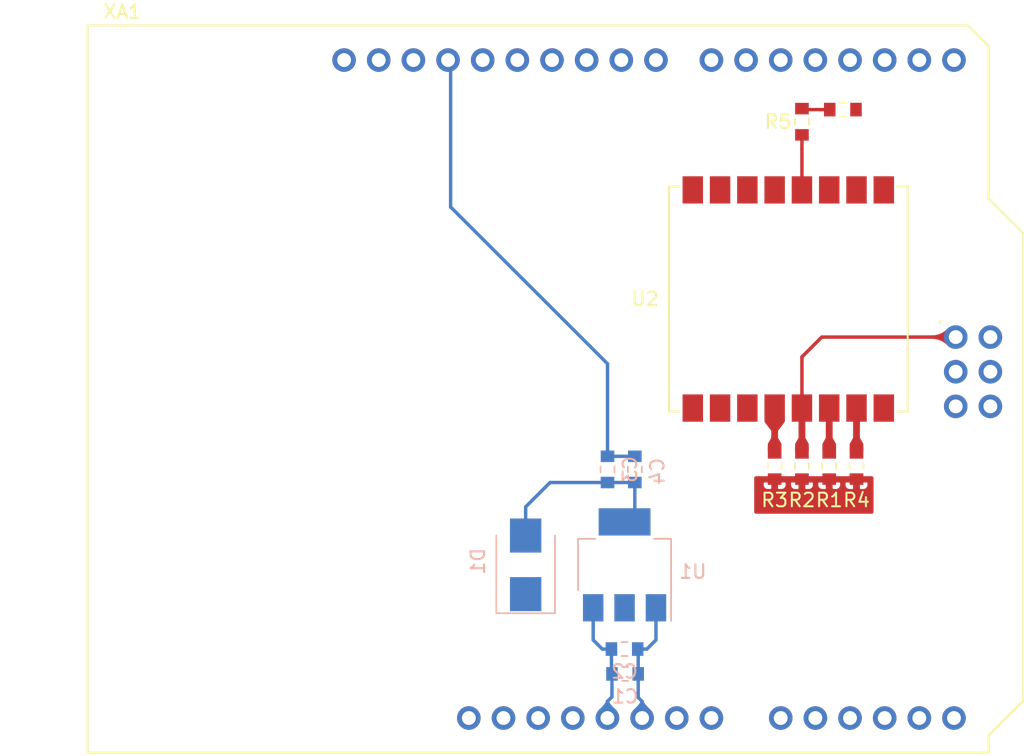
<source format=kicad_pcb>
(kicad_pcb (version 20171130) (host pcbnew "(5.0.0-rc3)")

  (general
    (thickness 1.6)
    (drawings 0)
    (tracks 46)
    (zones 0)
    (modules 14)
    (nets 11)
  )

  (page A4)
  (layers
    (0 F.Cu signal)
    (31 B.Cu signal)
    (32 B.Adhes user)
    (33 F.Adhes user)
    (34 B.Paste user)
    (35 F.Paste user)
    (36 B.SilkS user)
    (37 F.SilkS user)
    (38 B.Mask user)
    (39 F.Mask user)
    (40 Dwgs.User user)
    (41 Cmts.User user)
    (42 Eco1.User user)
    (43 Eco2.User user)
    (44 Edge.Cuts user)
    (45 Margin user)
    (46 B.CrtYd user)
    (47 F.CrtYd user)
    (48 B.Fab user hide)
    (49 F.Fab user hide)
  )

  (setup
    (last_trace_width 0.25)
    (trace_clearance 0.2)
    (zone_clearance 0.508)
    (zone_45_only yes)
    (trace_min 0.2)
    (segment_width 0.2)
    (edge_width 0.15)
    (via_size 0.8)
    (via_drill 0.4)
    (via_min_size 0.4)
    (via_min_drill 0.3)
    (uvia_size 0.3)
    (uvia_drill 0.1)
    (uvias_allowed no)
    (uvia_min_size 0.2)
    (uvia_min_drill 0.1)
    (pcb_text_width 0.3)
    (pcb_text_size 1.5 1.5)
    (mod_edge_width 0.15)
    (mod_text_size 1 1)
    (mod_text_width 0.25)
    (pad_size 1.524 1.524)
    (pad_drill 0.762)
    (pad_to_mask_clearance 0.2)
    (solder_mask_min_width 0.25)
    (aux_axis_origin 0 0)
    (visible_elements 7FFFFFFF)
    (pcbplotparams
      (layerselection 0x010fc_ffffffff)
      (usegerberextensions false)
      (usegerberattributes false)
      (usegerberadvancedattributes false)
      (creategerberjobfile false)
      (excludeedgelayer true)
      (linewidth 0.250000)
      (plotframeref false)
      (viasonmask false)
      (mode 1)
      (useauxorigin false)
      (hpglpennumber 1)
      (hpglpenspeed 20)
      (hpglpendiameter 15.000000)
      (psnegative false)
      (psa4output false)
      (plotreference true)
      (plotvalue true)
      (plotinvisibletext false)
      (padsonsilk false)
      (subtractmaskfromsilk false)
      (outputformat 1)
      (mirror false)
      (drillshape 1)
      (scaleselection 1)
      (outputdirectory ""))
  )

  (net 0 "")
  (net 1 "Net-(U2-Pad16)")
  (net 2 SC)
  (net 3 MOSI)
  (net 4 MISO)
  (net 5 SCK)
  (net 6 IRQ)
  (net 7 RS)
  (net 8 +3V3)
  (net 9 +5V)
  (net 10 GNDA)

  (net_class Default "This is the default net class."
    (clearance 0.2)
    (trace_width 0.25)
    (via_dia 0.8)
    (via_drill 0.4)
    (uvia_dia 0.3)
    (uvia_drill 0.1)
    (add_net +3V3)
    (add_net +5V)
    (add_net GNDA)
    (add_net IRQ)
    (add_net MISO)
    (add_net MOSI)
    (add_net "Net-(U2-Pad16)")
    (add_net RS)
    (add_net SC)
    (add_net SCK)
  )

  (module LEEVAWN:Arduino_Uno_Shield (layer F.Cu) (tedit 5A8605EC) (tstamp 5BC043D5)
    (at 120.645001 88.275001)
    (descr https://store.arduino.cc/arduino-uno-rev3)
    (path /5BADB449)
    (fp_text reference XA1 (at 2.54 -54.356) (layer F.SilkS)
      (effects (font (size 1 1) (thickness 0.15)))
    )
    (fp_text value Arduino_Uno_Shield (at 15.494 -54.356) (layer F.Fab)
      (effects (font (size 1 1) (thickness 0.15)))
    )
    (fp_line (start 9.525 -32.385) (end -6.35 -32.385) (layer B.CrtYd) (width 0.15))
    (fp_line (start 9.525 -43.815) (end -6.35 -43.815) (layer B.CrtYd) (width 0.15))
    (fp_line (start 9.525 -43.815) (end 9.525 -32.385) (layer B.CrtYd) (width 0.15))
    (fp_line (start -6.35 -43.815) (end -6.35 -32.385) (layer B.CrtYd) (width 0.15))
    (fp_text user . (at 62.484 -32.004) (layer F.SilkS)
      (effects (font (size 1 1) (thickness 0.15)))
    )
    (fp_line (start 11.43 -12.065) (end 11.43 -3.175) (layer B.CrtYd) (width 0.15))
    (fp_line (start -1.905 -3.175) (end 11.43 -3.175) (layer B.CrtYd) (width 0.15))
    (fp_line (start -1.905 -12.065) (end -1.905 -3.175) (layer B.CrtYd) (width 0.15))
    (fp_line (start -1.905 -12.065) (end 11.43 -12.065) (layer B.CrtYd) (width 0.15))
    (fp_line (start 0 -53.34) (end 0 0) (layer F.SilkS) (width 0.15))
    (fp_line (start 66.04 -40.64) (end 66.04 -51.816) (layer F.SilkS) (width 0.15))
    (fp_line (start 68.58 -38.1) (end 66.04 -40.64) (layer F.SilkS) (width 0.15))
    (fp_line (start 68.58 -3.81) (end 68.58 -38.1) (layer F.SilkS) (width 0.15))
    (fp_line (start 66.04 -1.27) (end 68.58 -3.81) (layer F.SilkS) (width 0.15))
    (fp_line (start 66.04 0) (end 66.04 -1.27) (layer F.SilkS) (width 0.15))
    (fp_line (start 64.516 -53.34) (end 66.04 -51.816) (layer F.SilkS) (width 0.15))
    (fp_line (start 0 0) (end 66.04 0) (layer F.SilkS) (width 0.15))
    (fp_line (start 0 -53.34) (end 64.516 -53.34) (layer F.SilkS) (width 0.15))
    (pad RST2 thru_hole oval (at 63.627 -25.4) (size 1.7272 1.7272) (drill 1.016) (layers *.Cu *.Mask))
    (pad GND4 thru_hole oval (at 66.167 -25.4) (size 1.7272 1.7272) (drill 1.016) (layers *.Cu *.Mask)
      (net 10 GNDA))
    (pad MOSI thru_hole oval (at 66.167 -27.94) (size 1.7272 1.7272) (drill 1.016) (layers *.Cu *.Mask)
      (net 3 MOSI))
    (pad SCK thru_hole oval (at 63.627 -27.94) (size 1.7272 1.7272) (drill 1.016) (layers *.Cu *.Mask)
      (net 5 SCK))
    (pad 5V2 thru_hole oval (at 66.167 -30.48) (size 1.7272 1.7272) (drill 1.016) (layers *.Cu *.Mask)
      (net 9 +5V))
    (pad A0 thru_hole oval (at 50.8 -2.54) (size 1.7272 1.7272) (drill 1.016) (layers *.Cu *.Mask))
    (pad VIN thru_hole oval (at 45.72 -2.54) (size 1.7272 1.7272) (drill 1.016) (layers *.Cu *.Mask))
    (pad GND3 thru_hole oval (at 43.18 -2.54) (size 1.7272 1.7272) (drill 1.016) (layers *.Cu *.Mask)
      (net 10 GNDA))
    (pad GND2 thru_hole oval (at 40.64 -2.54) (size 1.7272 1.7272) (drill 1.016) (layers *.Cu *.Mask)
      (net 10 GNDA))
    (pad 5V1 thru_hole oval (at 38.1 -2.54) (size 1.7272 1.7272) (drill 1.016) (layers *.Cu *.Mask)
      (net 9 +5V))
    (pad 3V3 thru_hole oval (at 35.56 -2.54) (size 1.7272 1.7272) (drill 1.016) (layers *.Cu *.Mask))
    (pad RST1 thru_hole oval (at 33.02 -2.54) (size 1.7272 1.7272) (drill 1.016) (layers *.Cu *.Mask))
    (pad IORF thru_hole oval (at 30.48 -2.54) (size 1.7272 1.7272) (drill 1.016) (layers *.Cu *.Mask))
    (pad D0 thru_hole oval (at 63.5 -50.8) (size 1.7272 1.7272) (drill 1.016) (layers *.Cu *.Mask))
    (pad D1 thru_hole oval (at 60.96 -50.8) (size 1.7272 1.7272) (drill 1.016) (layers *.Cu *.Mask))
    (pad D2 thru_hole oval (at 58.42 -50.8) (size 1.7272 1.7272) (drill 1.016) (layers *.Cu *.Mask)
      (net 6 IRQ))
    (pad D3 thru_hole oval (at 55.88 -50.8) (size 1.7272 1.7272) (drill 1.016) (layers *.Cu *.Mask))
    (pad D4 thru_hole oval (at 53.34 -50.8) (size 1.7272 1.7272) (drill 1.016) (layers *.Cu *.Mask))
    (pad D5 thru_hole oval (at 50.8 -50.8) (size 1.7272 1.7272) (drill 1.016) (layers *.Cu *.Mask))
    (pad D6 thru_hole oval (at 48.26 -50.8) (size 1.7272 1.7272) (drill 1.016) (layers *.Cu *.Mask))
    (pad D7 thru_hole oval (at 45.72 -50.8) (size 1.7272 1.7272) (drill 1.016) (layers *.Cu *.Mask))
    (pad GND1 thru_hole oval (at 26.416 -50.8) (size 1.7272 1.7272) (drill 1.016) (layers *.Cu *.Mask)
      (net 10 GNDA))
    (pad D8 thru_hole oval (at 41.656 -50.8) (size 1.7272 1.7272) (drill 1.016) (layers *.Cu *.Mask))
    (pad D9 thru_hole oval (at 39.116 -50.8) (size 1.7272 1.7272) (drill 1.016) (layers *.Cu *.Mask)
      (net 7 RS))
    (pad D10 thru_hole oval (at 36.576 -50.8) (size 1.7272 1.7272) (drill 1.016) (layers *.Cu *.Mask)
      (net 2 SC))
    (pad "" np_thru_hole circle (at 66.04 -7.62) (size 3.2 3.2) (drill 3.2) (layers *.Cu *.Mask))
    (pad "" np_thru_hole circle (at 66.04 -35.56) (size 3.2 3.2) (drill 3.2) (layers *.Cu *.Mask))
    (pad "" np_thru_hole circle (at 15.24 -50.8) (size 3.2 3.2) (drill 3.2) (layers *.Cu *.Mask))
    (pad "" np_thru_hole circle (at 13.97 -2.54) (size 3.2 3.2) (drill 3.2) (layers *.Cu *.Mask))
    (pad SCL thru_hole oval (at 18.796 -50.8) (size 1.7272 1.7272) (drill 1.016) (layers *.Cu *.Mask))
    (pad SDA thru_hole oval (at 21.336 -50.8) (size 1.7272 1.7272) (drill 1.016) (layers *.Cu *.Mask))
    (pad AREF thru_hole oval (at 23.876 -50.8) (size 1.7272 1.7272) (drill 1.016) (layers *.Cu *.Mask))
    (pad D13 thru_hole oval (at 28.956 -50.8) (size 1.7272 1.7272) (drill 1.016) (layers *.Cu *.Mask))
    (pad D12 thru_hole oval (at 31.496 -50.8) (size 1.7272 1.7272) (drill 1.016) (layers *.Cu *.Mask))
    (pad D11 thru_hole oval (at 34.036 -50.8) (size 1.7272 1.7272) (drill 1.016) (layers *.Cu *.Mask))
    (pad "" thru_hole oval (at 27.94 -2.54) (size 1.7272 1.7272) (drill 1.016) (layers *.Cu *.Mask))
    (pad A1 thru_hole oval (at 53.34 -2.54) (size 1.7272 1.7272) (drill 1.016) (layers *.Cu *.Mask))
    (pad A2 thru_hole oval (at 55.88 -2.54) (size 1.7272 1.7272) (drill 1.016) (layers *.Cu *.Mask))
    (pad A3 thru_hole oval (at 58.42 -2.54) (size 1.7272 1.7272) (drill 1.016) (layers *.Cu *.Mask))
    (pad A4 thru_hole oval (at 60.96 -2.54) (size 1.7272 1.7272) (drill 1.016) (layers *.Cu *.Mask))
    (pad A5 thru_hole oval (at 63.5 -2.54) (size 1.7272 1.7272) (drill 1.016) (layers *.Cu *.Mask))
    (pad MISO thru_hole oval (at 63.627 -30.48) (size 1.7272 1.7272) (drill 1.016) (layers *.Cu *.Mask)
      (net 4 MISO))
  )

  (module Diode_SMD:D_SMB (layer B.Cu) (tedit 58645DF3) (tstamp 5BC0757B)
    (at 152.75 74.5 90)
    (descr "Diode SMB (DO-214AA)")
    (tags "Diode SMB (DO-214AA)")
    (path /5BBED613)
    (attr smd)
    (fp_text reference D1 (at 0.25 -3.5 90) (layer B.SilkS)
      (effects (font (size 1 1) (thickness 0.15)) (justify mirror))
    )
    (fp_text value D_ALT (at 0 -3.1 90) (layer B.Fab)
      (effects (font (size 1 1) (thickness 0.15)) (justify mirror))
    )
    (fp_text user %R (at 0 3 90) (layer B.Fab)
      (effects (font (size 1 1) (thickness 0.15)) (justify mirror))
    )
    (fp_line (start -3.55 2.15) (end -3.55 -2.15) (layer B.SilkS) (width 0.12))
    (fp_line (start 2.3 -2) (end -2.3 -2) (layer B.Fab) (width 0.1))
    (fp_line (start -2.3 -2) (end -2.3 2) (layer B.Fab) (width 0.1))
    (fp_line (start 2.3 2) (end 2.3 -2) (layer B.Fab) (width 0.1))
    (fp_line (start 2.3 2) (end -2.3 2) (layer B.Fab) (width 0.1))
    (fp_line (start -3.65 2.25) (end 3.65 2.25) (layer B.CrtYd) (width 0.05))
    (fp_line (start 3.65 2.25) (end 3.65 -2.25) (layer B.CrtYd) (width 0.05))
    (fp_line (start 3.65 -2.25) (end -3.65 -2.25) (layer B.CrtYd) (width 0.05))
    (fp_line (start -3.65 -2.25) (end -3.65 2.25) (layer B.CrtYd) (width 0.05))
    (fp_line (start -0.64944 -0.00102) (end -1.55114 -0.00102) (layer B.Fab) (width 0.1))
    (fp_line (start 0.50118 -0.00102) (end 1.4994 -0.00102) (layer B.Fab) (width 0.1))
    (fp_line (start -0.64944 0.79908) (end -0.64944 -0.80112) (layer B.Fab) (width 0.1))
    (fp_line (start 0.50118 -0.75032) (end 0.50118 0.79908) (layer B.Fab) (width 0.1))
    (fp_line (start -0.64944 -0.00102) (end 0.50118 -0.75032) (layer B.Fab) (width 0.1))
    (fp_line (start -0.64944 -0.00102) (end 0.50118 0.79908) (layer B.Fab) (width 0.1))
    (fp_line (start -3.55 -2.15) (end 2.15 -2.15) (layer B.SilkS) (width 0.12))
    (fp_line (start -3.55 2.15) (end 2.15 2.15) (layer B.SilkS) (width 0.12))
    (pad 1 smd rect (at -2.15 0 90) (size 2.5 2.3) (layers B.Cu B.Paste B.Mask)
      (net 9 +5V))
    (pad 2 smd rect (at 2.15 0 90) (size 2.5 2.3) (layers B.Cu B.Paste B.Mask)
      (net 8 +3V3))
    (model ${KISYS3DMOD}/Diode_SMD.3dshapes/D_SMB.wrl
      (at (xyz 0 0 0))
      (scale (xyz 1 1 1))
      (rotate (xyz 0 0 0))
    )
  )

  (module Package_TO_SOT_SMD:SOT-223-3_TabPin2 (layer B.Cu) (tedit 5A02FF57) (tstamp 5BC04395)
    (at 160 74.5 90)
    (descr "module CMS SOT223 4 pins")
    (tags "CMS SOT")
    (path /5BBA2511)
    (attr smd)
    (fp_text reference U1 (at -0.5 5 180) (layer B.SilkS)
      (effects (font (size 1 1) (thickness 0.15)) (justify mirror))
    )
    (fp_text value AZ1117-3.3 (at 0 -4.5 90) (layer B.Fab)
      (effects (font (size 1 1) (thickness 0.15)) (justify mirror))
    )
    (fp_text user %R (at 0 0) (layer B.Fab)
      (effects (font (size 0.8 0.8) (thickness 0.12)) (justify mirror))
    )
    (fp_line (start 1.91 -3.41) (end 1.91 -2.15) (layer B.SilkS) (width 0.12))
    (fp_line (start 1.91 3.41) (end 1.91 2.15) (layer B.SilkS) (width 0.12))
    (fp_line (start 4.4 3.6) (end -4.4 3.6) (layer B.CrtYd) (width 0.05))
    (fp_line (start 4.4 -3.6) (end 4.4 3.6) (layer B.CrtYd) (width 0.05))
    (fp_line (start -4.4 -3.6) (end 4.4 -3.6) (layer B.CrtYd) (width 0.05))
    (fp_line (start -4.4 3.6) (end -4.4 -3.6) (layer B.CrtYd) (width 0.05))
    (fp_line (start -1.85 2.35) (end -0.85 3.35) (layer B.Fab) (width 0.1))
    (fp_line (start -1.85 2.35) (end -1.85 -3.35) (layer B.Fab) (width 0.1))
    (fp_line (start -1.85 -3.41) (end 1.91 -3.41) (layer B.SilkS) (width 0.12))
    (fp_line (start -0.85 3.35) (end 1.85 3.35) (layer B.Fab) (width 0.1))
    (fp_line (start -4.1 3.41) (end 1.91 3.41) (layer B.SilkS) (width 0.12))
    (fp_line (start -1.85 -3.35) (end 1.85 -3.35) (layer B.Fab) (width 0.1))
    (fp_line (start 1.85 3.35) (end 1.85 -3.35) (layer B.Fab) (width 0.1))
    (pad 2 smd rect (at 3.15 0 90) (size 2 3.8) (layers B.Cu B.Paste B.Mask)
      (net 8 +3V3))
    (pad 2 smd rect (at -3.15 0 90) (size 2 1.5) (layers B.Cu B.Paste B.Mask)
      (net 8 +3V3))
    (pad 3 smd rect (at -3.15 -2.3 90) (size 2 1.5) (layers B.Cu B.Paste B.Mask)
      (net 9 +5V))
    (pad 1 smd rect (at -3.15 2.3 90) (size 2 1.5) (layers B.Cu B.Paste B.Mask)
      (net 10 GNDA))
    (model ${KISYS3DMOD}/Package_TO_SOT_SMD.3dshapes/SOT-223.wrl
      (at (xyz 0 0 0))
      (scale (xyz 1 1 1))
      (rotate (xyz 0 0 0))
    )
  )

  (module RF_Module:Ai-Thinker-Ra-01-LoRa (layer F.Cu) (tedit 5A57D4D7) (tstamp 5BC0419B)
    (at 172 55 270)
    (descr "Ai Thinker Ra-01 LoRa")
    (tags "LoRa Ra-01")
    (path /5BADB519)
    (attr smd)
    (fp_text reference U2 (at 0 10.5) (layer F.SilkS)
      (effects (font (size 1 1) (thickness 0.15)))
    )
    (fp_text value Ai-Thinker-Ra-01 (at 0 9.75 270) (layer F.Fab)
      (effects (font (size 1 1) (thickness 0.15)))
    )
    (fp_line (start -8 8.5) (end -8 -8.5) (layer F.Fab) (width 0.15))
    (fp_line (start 8 8.5) (end -8 8.5) (layer F.Fab) (width 0.15))
    (fp_line (start 8 -8.5) (end 8 8.5) (layer F.Fab) (width 0.15))
    (fp_line (start -8 -8.5) (end 8 -8.5) (layer F.Fab) (width 0.15))
    (fp_line (start 8.25 -8.75) (end 8.25 -8) (layer F.SilkS) (width 0.15))
    (fp_line (start -8.25 -8.75) (end 8.25 -8.75) (layer F.SilkS) (width 0.15))
    (fp_line (start -8.25 -8) (end -8.25 -8.75) (layer F.SilkS) (width 0.15))
    (fp_line (start 8.25 8.75) (end 8.25 8) (layer F.SilkS) (width 0.15))
    (fp_line (start -8.25 8.75) (end 8.25 8.75) (layer F.SilkS) (width 0.15))
    (fp_line (start -8.25 8) (end -8.25 8.75) (layer F.SilkS) (width 0.15))
    (fp_text user %R (at 0 1 270) (layer F.Fab)
      (effects (font (size 1 1) (thickness 0.15)))
    )
    (fp_line (start -9.25 9) (end -9.25 -9) (layer F.CrtYd) (width 0.05))
    (fp_line (start 9.25 9) (end -9.25 9) (layer F.CrtYd) (width 0.05))
    (fp_line (start 9.25 -9) (end 9.25 9) (layer F.CrtYd) (width 0.05))
    (fp_line (start -9.25 -9) (end 9.25 -9) (layer F.CrtYd) (width 0.05))
    (pad 16 smd rect (at 8 -7 270) (size 2 1.5) (layers F.Cu F.Paste F.Mask)
      (net 1 "Net-(U2-Pad16)"))
    (pad 15 smd rect (at 8 -5 270) (size 2 1.5) (layers F.Cu F.Paste F.Mask)
      (net 2 SC))
    (pad 14 smd rect (at 8 -3 270) (size 2 1.5) (layers F.Cu F.Paste F.Mask)
      (net 3 MOSI))
    (pad 13 smd rect (at 8 -1 270) (size 2 1.5) (layers F.Cu F.Paste F.Mask)
      (net 4 MISO))
    (pad 12 smd rect (at 8 1 270) (size 2 1.5) (layers F.Cu F.Paste F.Mask)
      (net 5 SCK))
    (pad 11 smd rect (at 8 3 270) (size 2 1.5) (layers F.Cu F.Paste F.Mask))
    (pad 10 smd rect (at 8 5 270) (size 2 1.5) (layers F.Cu F.Paste F.Mask))
    (pad 9 smd rect (at 8 7 270) (size 2 1.5) (layers F.Cu F.Paste F.Mask)
      (net 1 "Net-(U2-Pad16)"))
    (pad 8 smd rect (at -8 7 270) (size 2 1.5) (layers F.Cu F.Paste F.Mask))
    (pad 7 smd rect (at -8 5 270) (size 2 1.5) (layers F.Cu F.Paste F.Mask))
    (pad 6 smd rect (at -8 3 270) (size 2 1.5) (layers F.Cu F.Paste F.Mask))
    (pad 5 smd rect (at -8 1 270) (size 2 1.5) (layers F.Cu F.Paste F.Mask)
      (net 6 IRQ))
    (pad 4 smd rect (at -8 -1 270) (size 2 1.5) (layers F.Cu F.Paste F.Mask)
      (net 7 RS))
    (pad 3 smd rect (at -8 -3 270) (size 2 1.5) (layers F.Cu F.Paste F.Mask)
      (net 8 +3V3))
    (pad 2 smd rect (at -8 -5 270) (size 2 1.5) (layers F.Cu F.Paste F.Mask)
      (net 1 "Net-(U2-Pad16)"))
    (pad 1 smd rect (at -8 -7 270) (size 2 1.5) (layers F.Cu F.Paste F.Mask))
    (model ${KISYS3DMOD}/RF_Module.3dshapes/Ai-Thinker-Ra-01-LoRa.wrl
      (at (xyz 0 0 0))
      (scale (xyz 1 1 1))
      (rotate (xyz 0 0 0))
    )
  )

  (module Capacitor_SMD:C_0603_1608Metric_Pad0.84x1.00mm_HandSolder (layer B.Cu) (tedit 59FE48B8) (tstamp 5BC042E6)
    (at 160.0375 82.5)
    (descr "Capacitor SMD 0603 (1608 Metric), square (rectangular) end terminal, IPC_7351 nominal with elongated pad for handsoldering. (Body size source: http://www.tortai-tech.com/upload/download/2011102023233369053.pdf), generated with kicad-footprint-generator")
    (tags "capacitor handsolder")
    (path /5BBA2868)
    (attr smd)
    (fp_text reference C1 (at 0 1.65) (layer B.SilkS)
      (effects (font (size 1 1) (thickness 0.15)) (justify mirror))
    )
    (fp_text value 10u (at 0 -1.65) (layer B.Fab)
      (effects (font (size 1 1) (thickness 0.15)) (justify mirror))
    )
    (fp_line (start -0.8 -0.4) (end -0.8 0.4) (layer B.Fab) (width 0.1))
    (fp_line (start -0.8 0.4) (end 0.8 0.4) (layer B.Fab) (width 0.1))
    (fp_line (start 0.8 0.4) (end 0.8 -0.4) (layer B.Fab) (width 0.1))
    (fp_line (start 0.8 -0.4) (end -0.8 -0.4) (layer B.Fab) (width 0.1))
    (fp_line (start -0.22 0.51) (end 0.22 0.51) (layer B.SilkS) (width 0.12))
    (fp_line (start -0.22 -0.51) (end 0.22 -0.51) (layer B.SilkS) (width 0.12))
    (fp_line (start -1.64 -0.75) (end -1.64 0.75) (layer B.CrtYd) (width 0.05))
    (fp_line (start -1.64 0.75) (end 1.64 0.75) (layer B.CrtYd) (width 0.05))
    (fp_line (start 1.64 0.75) (end 1.64 -0.75) (layer B.CrtYd) (width 0.05))
    (fp_line (start 1.64 -0.75) (end -1.64 -0.75) (layer B.CrtYd) (width 0.05))
    (fp_text user %R (at 0 0) (layer B.Fab)
      (effects (font (size 0.5 0.5) (thickness 0.08)) (justify mirror))
    )
    (pad 1 smd rect (at -0.9625 0) (size 0.845 1) (layers B.Cu B.Paste B.Mask)
      (net 9 +5V))
    (pad 2 smd rect (at 0.9625 0) (size 0.845 1) (layers B.Cu B.Paste B.Mask)
      (net 10 GNDA))
    (model ${KISYS3DMOD}/Capacitor_SMD.3dshapes/C_0603_1608Metric.wrl
      (at (xyz 0 0 0))
      (scale (xyz 1 1 1))
      (rotate (xyz 0 0 0))
    )
  )

  (module Capacitor_SMD:C_0603_1608Metric_Pad0.84x1.00mm_HandSolder (layer B.Cu) (tedit 59FE48B8) (tstamp 5BC042F7)
    (at 160 80.67724)
    (descr "Capacitor SMD 0603 (1608 Metric), square (rectangular) end terminal, IPC_7351 nominal with elongated pad for handsoldering. (Body size source: http://www.tortai-tech.com/upload/download/2011102023233369053.pdf), generated with kicad-footprint-generator")
    (tags "capacitor handsolder")
    (path /5BBA2636)
    (attr smd)
    (fp_text reference C2 (at 0 1.65) (layer B.SilkS)
      (effects (font (size 1 1) (thickness 0.15)) (justify mirror))
    )
    (fp_text value 100n (at 0 -1.65) (layer B.Fab)
      (effects (font (size 1 1) (thickness 0.15)) (justify mirror))
    )
    (fp_text user %R (at 0 0) (layer B.Fab)
      (effects (font (size 0.5 0.5) (thickness 0.08)) (justify mirror))
    )
    (fp_line (start 1.64 -0.75) (end -1.64 -0.75) (layer B.CrtYd) (width 0.05))
    (fp_line (start 1.64 0.75) (end 1.64 -0.75) (layer B.CrtYd) (width 0.05))
    (fp_line (start -1.64 0.75) (end 1.64 0.75) (layer B.CrtYd) (width 0.05))
    (fp_line (start -1.64 -0.75) (end -1.64 0.75) (layer B.CrtYd) (width 0.05))
    (fp_line (start -0.22 -0.51) (end 0.22 -0.51) (layer B.SilkS) (width 0.12))
    (fp_line (start -0.22 0.51) (end 0.22 0.51) (layer B.SilkS) (width 0.12))
    (fp_line (start 0.8 -0.4) (end -0.8 -0.4) (layer B.Fab) (width 0.1))
    (fp_line (start 0.8 0.4) (end 0.8 -0.4) (layer B.Fab) (width 0.1))
    (fp_line (start -0.8 0.4) (end 0.8 0.4) (layer B.Fab) (width 0.1))
    (fp_line (start -0.8 -0.4) (end -0.8 0.4) (layer B.Fab) (width 0.1))
    (pad 2 smd rect (at 0.9625 0) (size 0.845 1) (layers B.Cu B.Paste B.Mask)
      (net 10 GNDA))
    (pad 1 smd rect (at -0.9625 0) (size 0.845 1) (layers B.Cu B.Paste B.Mask)
      (net 9 +5V))
    (model ${KISYS3DMOD}/Capacitor_SMD.3dshapes/C_0603_1608Metric.wrl
      (at (xyz 0 0 0))
      (scale (xyz 1 1 1))
      (rotate (xyz 0 0 0))
    )
  )

  (module Capacitor_SMD:C_0603_1608Metric_Pad0.84x1.00mm_HandSolder (layer B.Cu) (tedit 59FE48B8) (tstamp 5BC04308)
    (at 158.75 67.5 90)
    (descr "Capacitor SMD 0603 (1608 Metric), square (rectangular) end terminal, IPC_7351 nominal with elongated pad for handsoldering. (Body size source: http://www.tortai-tech.com/upload/download/2011102023233369053.pdf), generated with kicad-footprint-generator")
    (tags "capacitor handsolder")
    (path /5BBA2674)
    (attr smd)
    (fp_text reference C3 (at 0 1.65 90) (layer B.SilkS)
      (effects (font (size 1 1) (thickness 0.15)) (justify mirror))
    )
    (fp_text value 100n (at 0 -1.65 90) (layer B.Fab)
      (effects (font (size 1 1) (thickness 0.15)) (justify mirror))
    )
    (fp_line (start -0.8 -0.4) (end -0.8 0.4) (layer B.Fab) (width 0.1))
    (fp_line (start -0.8 0.4) (end 0.8 0.4) (layer B.Fab) (width 0.1))
    (fp_line (start 0.8 0.4) (end 0.8 -0.4) (layer B.Fab) (width 0.1))
    (fp_line (start 0.8 -0.4) (end -0.8 -0.4) (layer B.Fab) (width 0.1))
    (fp_line (start -0.22 0.51) (end 0.22 0.51) (layer B.SilkS) (width 0.12))
    (fp_line (start -0.22 -0.51) (end 0.22 -0.51) (layer B.SilkS) (width 0.12))
    (fp_line (start -1.64 -0.75) (end -1.64 0.75) (layer B.CrtYd) (width 0.05))
    (fp_line (start -1.64 0.75) (end 1.64 0.75) (layer B.CrtYd) (width 0.05))
    (fp_line (start 1.64 0.75) (end 1.64 -0.75) (layer B.CrtYd) (width 0.05))
    (fp_line (start 1.64 -0.75) (end -1.64 -0.75) (layer B.CrtYd) (width 0.05))
    (fp_text user %R (at 0 0 90) (layer B.Fab)
      (effects (font (size 0.5 0.5) (thickness 0.08)) (justify mirror))
    )
    (pad 1 smd rect (at -0.9625 0 90) (size 0.845 1) (layers B.Cu B.Paste B.Mask)
      (net 8 +3V3))
    (pad 2 smd rect (at 0.9625 0 90) (size 0.845 1) (layers B.Cu B.Paste B.Mask)
      (net 10 GNDA))
    (model ${KISYS3DMOD}/Capacitor_SMD.3dshapes/C_0603_1608Metric.wrl
      (at (xyz 0 0 0))
      (scale (xyz 1 1 1))
      (rotate (xyz 0 0 0))
    )
  )

  (module Capacitor_SMD:C_0603_1608Metric_Pad0.84x1.00mm_HandSolder (layer B.Cu) (tedit 59FE48B8) (tstamp 5BC04319)
    (at 160.75 67.5 90)
    (descr "Capacitor SMD 0603 (1608 Metric), square (rectangular) end terminal, IPC_7351 nominal with elongated pad for handsoldering. (Body size source: http://www.tortai-tech.com/upload/download/2011102023233369053.pdf), generated with kicad-footprint-generator")
    (tags "capacitor handsolder")
    (path /5BBA2743)
    (attr smd)
    (fp_text reference C4 (at -0.135001 1.65 90) (layer B.SilkS)
      (effects (font (size 1 1) (thickness 0.15)) (justify mirror))
    )
    (fp_text value 10u (at 0 -1.65 90) (layer B.Fab)
      (effects (font (size 1 1) (thickness 0.15)) (justify mirror))
    )
    (fp_text user %R (at 0 0 90) (layer B.Fab)
      (effects (font (size 0.5 0.5) (thickness 0.08)) (justify mirror))
    )
    (fp_line (start 1.64 -0.75) (end -1.64 -0.75) (layer B.CrtYd) (width 0.05))
    (fp_line (start 1.64 0.75) (end 1.64 -0.75) (layer B.CrtYd) (width 0.05))
    (fp_line (start -1.64 0.75) (end 1.64 0.75) (layer B.CrtYd) (width 0.05))
    (fp_line (start -1.64 -0.75) (end -1.64 0.75) (layer B.CrtYd) (width 0.05))
    (fp_line (start -0.22 -0.51) (end 0.22 -0.51) (layer B.SilkS) (width 0.12))
    (fp_line (start -0.22 0.51) (end 0.22 0.51) (layer B.SilkS) (width 0.12))
    (fp_line (start 0.8 -0.4) (end -0.8 -0.4) (layer B.Fab) (width 0.1))
    (fp_line (start 0.8 0.4) (end 0.8 -0.4) (layer B.Fab) (width 0.1))
    (fp_line (start -0.8 0.4) (end 0.8 0.4) (layer B.Fab) (width 0.1))
    (fp_line (start -0.8 -0.4) (end -0.8 0.4) (layer B.Fab) (width 0.1))
    (pad 2 smd rect (at 0.9625 0 90) (size 0.845 1) (layers B.Cu B.Paste B.Mask)
      (net 10 GNDA))
    (pad 1 smd rect (at -0.9625 0 90) (size 0.845 1) (layers B.Cu B.Paste B.Mask)
      (net 8 +3V3))
    (model ${KISYS3DMOD}/Capacitor_SMD.3dshapes/C_0603_1608Metric.wrl
      (at (xyz 0 0 0))
      (scale (xyz 1 1 1))
      (rotate (xyz 0 0 0))
    )
  )

  (module Capacitor_SMD:C_0603_1608Metric_Pad0.84x1.00mm_HandSolder (layer F.Cu) (tedit 59FE48B8) (tstamp 5BC0432A)
    (at 176 41.11)
    (descr "Capacitor SMD 0603 (1608 Metric), square (rectangular) end terminal, IPC_7351 nominal with elongated pad for handsoldering. (Body size source: http://www.tortai-tech.com/upload/download/2011102023233369053.pdf), generated with kicad-footprint-generator")
    (tags "capacitor handsolder")
    (path /5BADBEBE)
    (attr smd)
    (fp_text reference C5 (at 0 1.64) (layer F.SilkS) hide
      (effects (font (size 1 1) (thickness 0.25)))
    )
    (fp_text value 100n (at 0 1.65) (layer F.Fab)
      (effects (font (size 1 1) (thickness 0.15)))
    )
    (fp_line (start -0.8 0.4) (end -0.8 -0.4) (layer F.Fab) (width 0.1))
    (fp_line (start -0.8 -0.4) (end 0.8 -0.4) (layer F.Fab) (width 0.1))
    (fp_line (start 0.8 -0.4) (end 0.8 0.4) (layer F.Fab) (width 0.1))
    (fp_line (start 0.8 0.4) (end -0.8 0.4) (layer F.Fab) (width 0.1))
    (fp_line (start -0.22 -0.51) (end 0.22 -0.51) (layer F.SilkS) (width 0.12))
    (fp_line (start -0.22 0.51) (end 0.22 0.51) (layer F.SilkS) (width 0.12))
    (fp_line (start -1.64 0.75) (end -1.64 -0.75) (layer F.CrtYd) (width 0.05))
    (fp_line (start -1.64 -0.75) (end 1.64 -0.75) (layer F.CrtYd) (width 0.05))
    (fp_line (start 1.64 -0.75) (end 1.64 0.75) (layer F.CrtYd) (width 0.05))
    (fp_line (start 1.64 0.75) (end -1.64 0.75) (layer F.CrtYd) (width 0.05))
    (fp_text user %R (at 0 0) (layer F.Fab)
      (effects (font (size 0.5 0.5) (thickness 0.08)))
    )
    (pad 1 smd rect (at -0.9625 0) (size 0.845 1) (layers F.Cu F.Paste F.Mask)
      (net 8 +3V3))
    (pad 2 smd rect (at 0.9625 0) (size 0.845 1) (layers F.Cu F.Paste F.Mask))
    (model ${KISYS3DMOD}/Capacitor_SMD.3dshapes/C_0603_1608Metric.wrl
      (at (xyz 0 0 0))
      (scale (xyz 1 1 1))
      (rotate (xyz 0 0 0))
    )
  )

  (module Resistor_SMD:R_0603_1608Metric_Pad0.84x1.00mm_HandSolder (layer F.Cu) (tedit 59FE48B8) (tstamp 5BC0433B)
    (at 175 67.25 90)
    (descr "Resistor SMD 0603 (1608 Metric), square (rectangular) end terminal, IPC_7351 nominal with elongated pad for handsoldering. (Body size source: http://www.tortai-tech.com/upload/download/2011102023233369053.pdf), generated with kicad-footprint-generator")
    (tags "resistor handsolder")
    (path /5BADB793)
    (attr smd)
    (fp_text reference R1 (at -2.5 0 180) (layer F.SilkS)
      (effects (font (size 1 1) (thickness 0.15)))
    )
    (fp_text value 10k (at 0 1.65 90) (layer F.Fab)
      (effects (font (size 1 1) (thickness 0.15)))
    )
    (fp_text user %R (at 0 0 90) (layer F.Fab)
      (effects (font (size 0.5 0.5) (thickness 0.08)))
    )
    (fp_line (start 1.64 0.75) (end -1.64 0.75) (layer F.CrtYd) (width 0.05))
    (fp_line (start 1.64 -0.75) (end 1.64 0.75) (layer F.CrtYd) (width 0.05))
    (fp_line (start -1.64 -0.75) (end 1.64 -0.75) (layer F.CrtYd) (width 0.05))
    (fp_line (start -1.64 0.75) (end -1.64 -0.75) (layer F.CrtYd) (width 0.05))
    (fp_line (start -0.22 0.51) (end 0.22 0.51) (layer F.SilkS) (width 0.12))
    (fp_line (start -0.22 -0.51) (end 0.22 -0.51) (layer F.SilkS) (width 0.12))
    (fp_line (start 0.8 0.4) (end -0.8 0.4) (layer F.Fab) (width 0.1))
    (fp_line (start 0.8 -0.4) (end 0.8 0.4) (layer F.Fab) (width 0.1))
    (fp_line (start -0.8 -0.4) (end 0.8 -0.4) (layer F.Fab) (width 0.1))
    (fp_line (start -0.8 0.4) (end -0.8 -0.4) (layer F.Fab) (width 0.1))
    (pad 2 smd rect (at 0.9625 0 90) (size 0.845 1) (layers F.Cu F.Paste F.Mask)
      (net 3 MOSI))
    (pad 1 smd rect (at -0.9625 0 90) (size 0.845 1) (layers F.Cu F.Paste F.Mask)
      (net 8 +3V3))
    (model ${KISYS3DMOD}/Resistor_SMD.3dshapes/R_0603_1608Metric.wrl
      (at (xyz 0 0 0))
      (scale (xyz 1 1 1))
      (rotate (xyz 0 0 0))
    )
  )

  (module Resistor_SMD:R_0603_1608Metric_Pad0.84x1.00mm_HandSolder (layer F.Cu) (tedit 59FE48B8) (tstamp 5BC0434C)
    (at 173 67.25 90)
    (descr "Resistor SMD 0603 (1608 Metric), square (rectangular) end terminal, IPC_7351 nominal with elongated pad for handsoldering. (Body size source: http://www.tortai-tech.com/upload/download/2011102023233369053.pdf), generated with kicad-footprint-generator")
    (tags "resistor handsolder")
    (path /5BADB771)
    (attr smd)
    (fp_text reference R2 (at -2.5 0 180) (layer F.SilkS)
      (effects (font (size 1 1) (thickness 0.15)))
    )
    (fp_text value 10k (at 0 1.65 90) (layer F.Fab)
      (effects (font (size 1 1) (thickness 0.15)))
    )
    (fp_line (start -0.8 0.4) (end -0.8 -0.4) (layer F.Fab) (width 0.1))
    (fp_line (start -0.8 -0.4) (end 0.8 -0.4) (layer F.Fab) (width 0.1))
    (fp_line (start 0.8 -0.4) (end 0.8 0.4) (layer F.Fab) (width 0.1))
    (fp_line (start 0.8 0.4) (end -0.8 0.4) (layer F.Fab) (width 0.1))
    (fp_line (start -0.22 -0.51) (end 0.22 -0.51) (layer F.SilkS) (width 0.12))
    (fp_line (start -0.22 0.51) (end 0.22 0.51) (layer F.SilkS) (width 0.12))
    (fp_line (start -1.64 0.75) (end -1.64 -0.75) (layer F.CrtYd) (width 0.05))
    (fp_line (start -1.64 -0.75) (end 1.64 -0.75) (layer F.CrtYd) (width 0.05))
    (fp_line (start 1.64 -0.75) (end 1.64 0.75) (layer F.CrtYd) (width 0.05))
    (fp_line (start 1.64 0.75) (end -1.64 0.75) (layer F.CrtYd) (width 0.05))
    (fp_text user %R (at 0 0 90) (layer F.Fab)
      (effects (font (size 0.5 0.5) (thickness 0.08)))
    )
    (pad 1 smd rect (at -0.9625 0 90) (size 0.845 1) (layers F.Cu F.Paste F.Mask)
      (net 8 +3V3))
    (pad 2 smd rect (at 0.9625 0 90) (size 0.845 1) (layers F.Cu F.Paste F.Mask)
      (net 4 MISO))
    (model ${KISYS3DMOD}/Resistor_SMD.3dshapes/R_0603_1608Metric.wrl
      (at (xyz 0 0 0))
      (scale (xyz 1 1 1))
      (rotate (xyz 0 0 0))
    )
  )

  (module Resistor_SMD:R_0603_1608Metric_Pad0.84x1.00mm_HandSolder (layer F.Cu) (tedit 59FE48B8) (tstamp 5BC0435D)
    (at 171 67.25 90)
    (descr "Resistor SMD 0603 (1608 Metric), square (rectangular) end terminal, IPC_7351 nominal with elongated pad for handsoldering. (Body size source: http://www.tortai-tech.com/upload/download/2011102023233369053.pdf), generated with kicad-footprint-generator")
    (tags "resistor handsolder")
    (path /5BADB755)
    (attr smd)
    (fp_text reference R3 (at -2.5 0) (layer F.SilkS)
      (effects (font (size 1 1) (thickness 0.15)))
    )
    (fp_text value 10k (at 0 1.65 90) (layer F.Fab)
      (effects (font (size 1 1) (thickness 0.15)))
    )
    (fp_text user %R (at 0 0 90) (layer F.Fab)
      (effects (font (size 0.5 0.5) (thickness 0.08)))
    )
    (fp_line (start 1.64 0.75) (end -1.64 0.75) (layer F.CrtYd) (width 0.05))
    (fp_line (start 1.64 -0.75) (end 1.64 0.75) (layer F.CrtYd) (width 0.05))
    (fp_line (start -1.64 -0.75) (end 1.64 -0.75) (layer F.CrtYd) (width 0.05))
    (fp_line (start -1.64 0.75) (end -1.64 -0.75) (layer F.CrtYd) (width 0.05))
    (fp_line (start -0.22 0.51) (end 0.22 0.51) (layer F.SilkS) (width 0.12))
    (fp_line (start -0.22 -0.51) (end 0.22 -0.51) (layer F.SilkS) (width 0.12))
    (fp_line (start 0.8 0.4) (end -0.8 0.4) (layer F.Fab) (width 0.1))
    (fp_line (start 0.8 -0.4) (end 0.8 0.4) (layer F.Fab) (width 0.1))
    (fp_line (start -0.8 -0.4) (end 0.8 -0.4) (layer F.Fab) (width 0.1))
    (fp_line (start -0.8 0.4) (end -0.8 -0.4) (layer F.Fab) (width 0.1))
    (pad 2 smd rect (at 0.9625 0 90) (size 0.845 1) (layers F.Cu F.Paste F.Mask)
      (net 5 SCK))
    (pad 1 smd rect (at -0.9625 0 90) (size 0.845 1) (layers F.Cu F.Paste F.Mask)
      (net 8 +3V3))
    (model ${KISYS3DMOD}/Resistor_SMD.3dshapes/R_0603_1608Metric.wrl
      (at (xyz 0 0 0))
      (scale (xyz 1 1 1))
      (rotate (xyz 0 0 0))
    )
  )

  (module Resistor_SMD:R_0603_1608Metric_Pad0.84x1.00mm_HandSolder (layer F.Cu) (tedit 59FE48B8) (tstamp 5BC0436E)
    (at 177 67.25 90)
    (descr "Resistor SMD 0603 (1608 Metric), square (rectangular) end terminal, IPC_7351 nominal with elongated pad for handsoldering. (Body size source: http://www.tortai-tech.com/upload/download/2011102023233369053.pdf), generated with kicad-footprint-generator")
    (tags "resistor handsolder")
    (path /5BADB6F0)
    (attr smd)
    (fp_text reference R4 (at -2.5 0) (layer F.SilkS)
      (effects (font (size 1 1) (thickness 0.15)))
    )
    (fp_text value 10k (at 0 1.65 90) (layer F.Fab)
      (effects (font (size 1 1) (thickness 0.15)))
    )
    (fp_line (start -0.8 0.4) (end -0.8 -0.4) (layer F.Fab) (width 0.1))
    (fp_line (start -0.8 -0.4) (end 0.8 -0.4) (layer F.Fab) (width 0.1))
    (fp_line (start 0.8 -0.4) (end 0.8 0.4) (layer F.Fab) (width 0.1))
    (fp_line (start 0.8 0.4) (end -0.8 0.4) (layer F.Fab) (width 0.1))
    (fp_line (start -0.22 -0.51) (end 0.22 -0.51) (layer F.SilkS) (width 0.12))
    (fp_line (start -0.22 0.51) (end 0.22 0.51) (layer F.SilkS) (width 0.12))
    (fp_line (start -1.64 0.75) (end -1.64 -0.75) (layer F.CrtYd) (width 0.05))
    (fp_line (start -1.64 -0.75) (end 1.64 -0.75) (layer F.CrtYd) (width 0.05))
    (fp_line (start 1.64 -0.75) (end 1.64 0.75) (layer F.CrtYd) (width 0.05))
    (fp_line (start 1.64 0.75) (end -1.64 0.75) (layer F.CrtYd) (width 0.05))
    (fp_text user %R (at 0 0 90) (layer F.Fab)
      (effects (font (size 0.5 0.5) (thickness 0.08)))
    )
    (pad 1 smd rect (at -0.9625 0 90) (size 0.845 1) (layers F.Cu F.Paste F.Mask)
      (net 8 +3V3))
    (pad 2 smd rect (at 0.9625 0 90) (size 0.845 1) (layers F.Cu F.Paste F.Mask)
      (net 2 SC))
    (model ${KISYS3DMOD}/Resistor_SMD.3dshapes/R_0603_1608Metric.wrl
      (at (xyz 0 0 0))
      (scale (xyz 1 1 1))
      (rotate (xyz 0 0 0))
    )
  )

  (module Resistor_SMD:R_0603_1608Metric_Pad0.84x1.00mm_HandSolder (layer F.Cu) (tedit 59FE48B8) (tstamp 5BC0437F)
    (at 173 42 270)
    (descr "Resistor SMD 0603 (1608 Metric), square (rectangular) end terminal, IPC_7351 nominal with elongated pad for handsoldering. (Body size source: http://www.tortai-tech.com/upload/download/2011102023233369053.pdf), generated with kicad-footprint-generator")
    (tags "resistor handsolder")
    (path /5BADC884)
    (attr smd)
    (fp_text reference R5 (at 0 1.75) (layer F.SilkS)
      (effects (font (size 1 1) (thickness 0.15)))
    )
    (fp_text value 10k (at 0 1.65 270) (layer F.Fab)
      (effects (font (size 1 1) (thickness 0.15)))
    )
    (fp_line (start -0.8 0.4) (end -0.8 -0.4) (layer F.Fab) (width 0.1))
    (fp_line (start -0.8 -0.4) (end 0.8 -0.4) (layer F.Fab) (width 0.1))
    (fp_line (start 0.8 -0.4) (end 0.8 0.4) (layer F.Fab) (width 0.1))
    (fp_line (start 0.8 0.4) (end -0.8 0.4) (layer F.Fab) (width 0.1))
    (fp_line (start -0.22 -0.51) (end 0.22 -0.51) (layer F.SilkS) (width 0.12))
    (fp_line (start -0.22 0.51) (end 0.22 0.51) (layer F.SilkS) (width 0.12))
    (fp_line (start -1.64 0.75) (end -1.64 -0.75) (layer F.CrtYd) (width 0.05))
    (fp_line (start -1.64 -0.75) (end 1.64 -0.75) (layer F.CrtYd) (width 0.05))
    (fp_line (start 1.64 -0.75) (end 1.64 0.75) (layer F.CrtYd) (width 0.05))
    (fp_line (start 1.64 0.75) (end -1.64 0.75) (layer F.CrtYd) (width 0.05))
    (fp_text user %R (at 0 0 270) (layer F.Fab)
      (effects (font (size 0.5 0.5) (thickness 0.08)))
    )
    (pad 1 smd rect (at -0.9625 0 270) (size 0.845 1) (layers F.Cu F.Paste F.Mask)
      (net 8 +3V3))
    (pad 2 smd rect (at 0.9625 0 270) (size 0.845 1) (layers F.Cu F.Paste F.Mask)
      (net 7 RS))
    (model ${KISYS3DMOD}/Resistor_SMD.3dshapes/R_0603_1608Metric.wrl
      (at (xyz 0 0 0))
      (scale (xyz 1 1 1))
      (rotate (xyz 0 0 0))
    )
  )

  (segment (start 177 65.615) (end 177 63) (width 0.5) (layer F.Cu) (net 2))
  (segment (start 177 66.2875) (end 177 65.615) (width 0.5) (layer F.Cu) (net 2))
  (segment (start 175 66.2875) (end 175 63) (width 0.5) (layer F.Cu) (net 3))
  (segment (start 173 65.615) (end 173 63) (width 0.5) (layer F.Cu) (net 4))
  (segment (start 173 66.2875) (end 173 65.615) (width 0.5) (layer F.Cu) (net 4))
  (segment (start 174.454999 57.795001) (end 184.272001 57.795001) (width 0.25) (layer F.Cu) (net 4))
  (segment (start 173 63) (end 173 59.25) (width 0.25) (layer F.Cu) (net 4))
  (segment (start 173 59.25) (end 174.454999 57.795001) (width 0.25) (layer F.Cu) (net 4))
  (segment (start 171 65.25) (end 171 65.5) (width 0.25) (layer F.Cu) (net 5))
  (segment (start 171 66.2875) (end 171 65.25) (width 0.5) (layer F.Cu) (net 5))
  (segment (start 171 65.25) (end 171 63) (width 0.5) (layer F.Cu) (net 5))
  (segment (start 173 43.9625) (end 173 47) (width 0.25) (layer F.Cu) (net 7))
  (segment (start 173 42.9625) (end 173 43.9625) (width 0.25) (layer F.Cu) (net 7))
  (segment (start 158.75 68.4625) (end 154.5375 68.4625) (width 0.25) (layer B.Cu) (net 8))
  (segment (start 152.75 70.25) (end 152.75 72.35) (width 0.25) (layer B.Cu) (net 8))
  (segment (start 154.5375 68.4625) (end 152.75 70.25) (width 0.25) (layer B.Cu) (net 8))
  (segment (start 160.75 68.4625) (end 158.75 68.4625) (width 0.25) (layer B.Cu) (net 8))
  (segment (start 160.75 70.6) (end 160 71.35) (width 0.25) (layer B.Cu) (net 8))
  (segment (start 160.75 68.4625) (end 160.75 70.6) (width 0.25) (layer B.Cu) (net 8))
  (segment (start 171 68.2125) (end 173 68.2125) (width 0.25) (layer F.Cu) (net 8))
  (segment (start 173 68.2125) (end 175 68.2125) (width 0.25) (layer F.Cu) (net 8))
  (segment (start 175 68.2125) (end 177 68.2125) (width 0.25) (layer F.Cu) (net 8))
  (segment (start 173.0725 41.11) (end 173 41.0375) (width 0.25) (layer F.Cu) (net 8))
  (segment (start 175.0375 41.11) (end 173.0725 41.11) (width 0.25) (layer F.Cu) (net 8))
  (segment (start 159.075 84.183688) (end 159.075 82.5) (width 0.25) (layer B.Cu) (net 9))
  (segment (start 158.745001 85.735001) (end 158.745001 84.513687) (width 0.25) (layer B.Cu) (net 9))
  (segment (start 158.745001 84.513687) (end 159.075 84.183688) (width 0.25) (layer B.Cu) (net 9))
  (segment (start 159.0375 82.4625) (end 159.075 82.5) (width 0.25) (layer B.Cu) (net 9))
  (segment (start 159.0375 80.67724) (end 159.0375 82.4625) (width 0.25) (layer B.Cu) (net 9))
  (segment (start 157.7 78.9) (end 157.7 77.65) (width 0.25) (layer B.Cu) (net 9))
  (segment (start 157.7 80.01224) (end 157.7 78.9) (width 0.25) (layer B.Cu) (net 9))
  (segment (start 159.0375 80.67724) (end 158.365 80.67724) (width 0.25) (layer B.Cu) (net 9))
  (segment (start 158.365 80.67724) (end 157.7 80.01224) (width 0.25) (layer B.Cu) (net 9))
  (segment (start 161.285001 84.513687) (end 161 84.228686) (width 0.25) (layer B.Cu) (net 10))
  (segment (start 161.285001 85.735001) (end 161.285001 84.513687) (width 0.25) (layer B.Cu) (net 10))
  (segment (start 161 84.228686) (end 161 82.5) (width 0.25) (layer B.Cu) (net 10))
  (segment (start 161 80.71474) (end 160.9625 80.67724) (width 0.25) (layer B.Cu) (net 10))
  (segment (start 161 82.5) (end 161 80.71474) (width 0.25) (layer B.Cu) (net 10))
  (segment (start 162.3 80.01224) (end 162.3 77.65) (width 0.25) (layer B.Cu) (net 10))
  (segment (start 160.9625 80.67724) (end 161.635 80.67724) (width 0.25) (layer B.Cu) (net 10))
  (segment (start 161.635 80.67724) (end 162.3 80.01224) (width 0.25) (layer B.Cu) (net 10))
  (segment (start 160.75 66.5375) (end 158.75 66.5375) (width 0.25) (layer B.Cu) (net 10))
  (segment (start 147.25 37.664) (end 147.061001 37.475001) (width 0.25) (layer B.Cu) (net 10))
  (segment (start 147.25 48.25) (end 147.25 37.664) (width 0.25) (layer B.Cu) (net 10))
  (segment (start 158.75 66.5375) (end 158.75 59.75) (width 0.25) (layer B.Cu) (net 10))
  (segment (start 158.75 59.75) (end 147.25 48.25) (width 0.25) (layer B.Cu) (net 10))

  (zone (net 8) (net_name +3V3) (layer F.Cu) (tstamp 5BB705C3) (hatch none 0.508)
    (connect_pads (clearance 0.508))
    (min_thickness 0.254)
    (fill yes (arc_segments 32) (thermal_gap 0.3) (thermal_bridge_width 0.5))
    (polygon
      (pts
        (xy 169.5 68) (xy 178.25 68) (xy 178.25 70.75) (xy 169.5 70.75)
      )
    )
    (filled_polygon
      (pts
        (xy 178.123 70.623) (xy 169.627 70.623) (xy 169.627 68.44225) (xy 170.073 68.44225) (xy 170.073 68.677056)
        (xy 170.089409 68.759551) (xy 170.121598 68.837261) (xy 170.168328 68.907197) (xy 170.227803 68.966673) (xy 170.29774 69.013403)
        (xy 170.375449 69.045591) (xy 170.457944 69.062) (xy 170.77025 69.062) (xy 170.877 68.95525) (xy 170.877 68.3355)
        (xy 171.123 68.3355) (xy 171.123 68.95525) (xy 171.22975 69.062) (xy 171.542056 69.062) (xy 171.624551 69.045591)
        (xy 171.70226 69.013403) (xy 171.772197 68.966673) (xy 171.831672 68.907197) (xy 171.878402 68.837261) (xy 171.910591 68.759551)
        (xy 171.927 68.677056) (xy 171.927 68.44225) (xy 172.073 68.44225) (xy 172.073 68.677056) (xy 172.089409 68.759551)
        (xy 172.121598 68.837261) (xy 172.168328 68.907197) (xy 172.227803 68.966673) (xy 172.29774 69.013403) (xy 172.375449 69.045591)
        (xy 172.457944 69.062) (xy 172.77025 69.062) (xy 172.877 68.95525) (xy 172.877 68.3355) (xy 173.123 68.3355)
        (xy 173.123 68.95525) (xy 173.22975 69.062) (xy 173.542056 69.062) (xy 173.624551 69.045591) (xy 173.70226 69.013403)
        (xy 173.772197 68.966673) (xy 173.831672 68.907197) (xy 173.878402 68.837261) (xy 173.910591 68.759551) (xy 173.927 68.677056)
        (xy 173.927 68.44225) (xy 174.073 68.44225) (xy 174.073 68.677056) (xy 174.089409 68.759551) (xy 174.121598 68.837261)
        (xy 174.168328 68.907197) (xy 174.227803 68.966673) (xy 174.29774 69.013403) (xy 174.375449 69.045591) (xy 174.457944 69.062)
        (xy 174.77025 69.062) (xy 174.877 68.95525) (xy 174.877 68.3355) (xy 175.123 68.3355) (xy 175.123 68.95525)
        (xy 175.22975 69.062) (xy 175.542056 69.062) (xy 175.624551 69.045591) (xy 175.70226 69.013403) (xy 175.772197 68.966673)
        (xy 175.831672 68.907197) (xy 175.878402 68.837261) (xy 175.910591 68.759551) (xy 175.927 68.677056) (xy 175.927 68.44225)
        (xy 176.073 68.44225) (xy 176.073 68.677056) (xy 176.089409 68.759551) (xy 176.121598 68.837261) (xy 176.168328 68.907197)
        (xy 176.227803 68.966673) (xy 176.29774 69.013403) (xy 176.375449 69.045591) (xy 176.457944 69.062) (xy 176.77025 69.062)
        (xy 176.877 68.95525) (xy 176.877 68.3355) (xy 177.123 68.3355) (xy 177.123 68.95525) (xy 177.22975 69.062)
        (xy 177.542056 69.062) (xy 177.624551 69.045591) (xy 177.70226 69.013403) (xy 177.772197 68.966673) (xy 177.831672 68.907197)
        (xy 177.878402 68.837261) (xy 177.910591 68.759551) (xy 177.927 68.677056) (xy 177.927 68.44225) (xy 177.82025 68.3355)
        (xy 177.123 68.3355) (xy 176.877 68.3355) (xy 176.17975 68.3355) (xy 176.073 68.44225) (xy 175.927 68.44225)
        (xy 175.82025 68.3355) (xy 175.123 68.3355) (xy 174.877 68.3355) (xy 174.17975 68.3355) (xy 174.073 68.44225)
        (xy 173.927 68.44225) (xy 173.82025 68.3355) (xy 173.123 68.3355) (xy 172.877 68.3355) (xy 172.17975 68.3355)
        (xy 172.073 68.44225) (xy 171.927 68.44225) (xy 171.82025 68.3355) (xy 171.123 68.3355) (xy 170.877 68.3355)
        (xy 170.17975 68.3355) (xy 170.073 68.44225) (xy 169.627 68.44225) (xy 169.627 68.127) (xy 178.123 68.127)
      )
    )
  )
  (zone (net 5) (net_name SCK) (layer F.Cu) (tstamp 5BB705C0) (hatch edge 0.508)
    (connect_pads yes (clearance 0.508))
    (min_thickness 0.254)
    (fill yes (arc_segments 16) (thermal_gap 0) (thermal_bridge_width 0))
    (polygon
      (pts
        (xy 171 66.25) (xy 170.5 66.25) (xy 170.5 65.625) (xy 171 64.75) (xy 171.5 65.625)
        (xy 171.5 66.25)
      )
    )
    (filled_polygon
      (pts
        (xy 171.373 65.658727) (xy 171.373 66.123) (xy 170.627 66.123) (xy 170.627 65.658727) (xy 171 65.005977)
      )
    )
  )
  (zone (net 4) (net_name MISO) (layer F.Cu) (tstamp 5BB705BD) (hatch edge 0.508)
    (connect_pads yes (clearance 0.508))
    (min_thickness 0.254)
    (fill yes (arc_segments 16) (thermal_gap 0) (thermal_bridge_width 0))
    (polygon
      (pts
        (xy 173 66.25) (xy 172.5 66.25) (xy 172.5 65.625) (xy 173 64.75) (xy 173.5 65.625)
        (xy 173.5 66.25)
      )
    )
    (filled_polygon
      (pts
        (xy 173.373 65.658727) (xy 173.373 66.123) (xy 172.627 66.123) (xy 172.627 65.658727) (xy 173 65.005977)
      )
    )
  )
  (zone (net 3) (net_name MOSI) (layer F.Cu) (tstamp 5BB705BA) (hatch edge 0.508)
    (connect_pads yes (clearance 0.508))
    (min_thickness 0.254)
    (fill yes (arc_segments 16) (thermal_gap 0) (thermal_bridge_width 0))
    (polygon
      (pts
        (xy 175 66.25) (xy 174.5 66.25) (xy 174.5 65.625) (xy 175 64.75) (xy 175.5 65.625)
        (xy 175.5 66.25)
      )
    )
    (filled_polygon
      (pts
        (xy 175.373 65.658727) (xy 175.373 66.123) (xy 174.627 66.123) (xy 174.627 65.658727) (xy 175 65.005977)
      )
    )
  )
  (zone (net 2) (net_name SC) (layer F.Cu) (tstamp 5BB705B7) (hatch edge 0.508)
    (connect_pads yes (clearance 0.508))
    (min_thickness 0.254)
    (fill yes (arc_segments 16) (thermal_gap 0) (thermal_bridge_width 0))
    (polygon
      (pts
        (xy 177 66.25) (xy 176.5 66.25) (xy 176.5 65.625) (xy 177 64.75) (xy 177.5 65.625)
        (xy 177.5 66.25)
      )
    )
    (filled_polygon
      (pts
        (xy 177.373 65.658727) (xy 177.373 66.123) (xy 176.627 66.123) (xy 176.627 65.658727) (xy 177 65.005977)
      )
    )
  )
  (zone (net 5) (net_name SCK) (layer F.Cu) (tstamp 5BB705B4) (hatch edge 0.508)
    (connect_pads yes (clearance 0.508))
    (min_thickness 0.254)
    (fill yes (arc_segments 16) (thermal_gap 0) (thermal_bridge_width 0))
    (polygon
      (pts
        (xy 171 65) (xy 170.25 64) (xy 170.25 63.5) (xy 171 63.5) (xy 171.75 63.5)
        (xy 171.75 64)
      )
    )
    (filled_polygon
      (pts
        (xy 171.60256 63.98492) (xy 171 64.788333) (xy 170.39744 63.98492) (xy 170.39744 63.627) (xy 171.60256 63.627)
      )
    )
  )
  (zone (net 4) (net_name MISO) (layer F.Cu) (tstamp 5BB705B1) (hatch edge 0.508)
    (priority 16962)
    (connect_pads yes (clearance 0.2))
    (min_thickness 0.0254)
    (fill yes (arc_segments 16) (thermal_gap 0) (thermal_bridge_width 0))
    (polygon
      (pts
        (xy 182.488873 57.92) (xy 182.625883 57.924795) (xy 182.758367 57.939181) (xy 182.886324 57.963157) (xy 183.009754 57.996723)
        (xy 183.128657 58.03988) (xy 183.243033 58.092628) (xy 183.352882 58.154965) (xy 183.458204 58.226893) (xy 183.558999 58.308412)
        (xy 183.655268 58.399521) (xy 184.703801 57.795001) (xy 183.655268 57.190481) (xy 183.558999 57.281589) (xy 183.458204 57.363108)
        (xy 183.352882 57.435036) (xy 183.243033 57.497373) (xy 183.128657 57.550121) (xy 183.009754 57.593278) (xy 182.886324 57.626844)
        (xy 182.758367 57.65082) (xy 182.625883 57.665206) (xy 182.488873 57.670002)
      )
    )
    (filled_polygon
      (pts
        (xy 184.678375 57.795001) (xy 183.657124 58.383792) (xy 183.567729 58.299188) (xy 183.566985 58.298537) (xy 183.46619 58.217018)
        (xy 183.465366 58.216405) (xy 183.360044 58.144477) (xy 183.35915 58.14392) (xy 183.249301 58.081583) (xy 183.248352 58.081095)
        (xy 183.133976 58.028347) (xy 183.13299 58.027942) (xy 183.014087 57.984785) (xy 183.013087 57.984468) (xy 182.889657 57.950902)
        (xy 182.888663 57.950674) (xy 182.760706 57.926698) (xy 182.759738 57.926555) (xy 182.627254 57.912169) (xy 182.626327 57.912103)
        (xy 182.501573 57.907737) (xy 182.501573 57.682265) (xy 182.626327 57.677898) (xy 182.627254 57.677832) (xy 182.759738 57.663446)
        (xy 182.760706 57.663303) (xy 182.888663 57.639327) (xy 182.889657 57.639099) (xy 183.013087 57.605533) (xy 183.014087 57.605216)
        (xy 183.13299 57.562059) (xy 183.133976 57.561654) (xy 183.248352 57.508906) (xy 183.249301 57.508418) (xy 183.35915 57.446081)
        (xy 183.360044 57.445524) (xy 183.465366 57.373596) (xy 183.46619 57.372983) (xy 183.566985 57.291464) (xy 183.567729 57.290813)
        (xy 183.657124 57.20621)
      )
    )
  )
  (zone (net 9) (net_name +5V) (layer B.Cu) (tstamp 5BB705AE) (hatch edge 0.508)
    (priority 16962)
    (connect_pads yes (clearance 0.2))
    (min_thickness 0.0254)
    (fill yes (arc_segments 16) (thermal_gap 0) (thermal_bridge_width 0))
    (polygon
      (pts
        (xy 158.620001 84.513687) (xy 158.615205 84.543953) (xy 158.60082 84.580928) (xy 158.576844 84.624613) (xy 158.543277 84.675007)
        (xy 158.500121 84.73211) (xy 158.447373 84.795923) (xy 158.385036 84.866445) (xy 158.313108 84.943677) (xy 158.231589 85.027617)
        (xy 158.140481 85.118268) (xy 158.745001 86.166801) (xy 159.349521 85.118268) (xy 159.258412 85.027617) (xy 159.176893 84.943677)
        (xy 159.104965 84.866445) (xy 159.042628 84.795923) (xy 158.989881 84.73211) (xy 158.946724 84.675007) (xy 158.913157 84.624613)
        (xy 158.889181 84.580928) (xy 158.874796 84.543953) (xy 158.870001 84.513687)
      )
    )
    (filled_polygon
      (pts
        (xy 158.862252 84.54594) (xy 158.86296 84.548558) (xy 158.877345 84.585533) (xy 158.878048 84.587038) (xy 158.902024 84.630723)
        (xy 158.902587 84.631653) (xy 158.936154 84.682047) (xy 158.936592 84.682664) (xy 158.979749 84.739767) (xy 158.980092 84.740201)
        (xy 159.032839 84.804014) (xy 159.033113 84.804334) (xy 159.09545 84.874856) (xy 159.095671 84.8751) (xy 159.167599 84.952332)
        (xy 159.167782 84.952525) (xy 159.249301 85.036465) (xy 159.249454 85.03662) (xy 159.333642 85.120385) (xy 158.745001 86.141375)
        (xy 158.15636 85.120384) (xy 158.240547 85.03662) (xy 158.2407 85.036465) (xy 158.322219 84.952525) (xy 158.322402 84.952332)
        (xy 158.39433 84.8751) (xy 158.394551 84.874856) (xy 158.456888 84.804334) (xy 158.457162 84.804014) (xy 158.50991 84.740201)
        (xy 158.510253 84.739767) (xy 158.553409 84.682664) (xy 158.553847 84.682047) (xy 158.587414 84.631653) (xy 158.587977 84.630723)
        (xy 158.611953 84.587038) (xy 158.612656 84.585533) (xy 158.627041 84.548558) (xy 158.627748 84.545941) (xy 158.630847 84.526387)
        (xy 158.859154 84.526387)
      )
    )
  )
  (zone (net 10) (net_name GNDA) (layer B.Cu) (tstamp 5BB705AB) (hatch edge 0.508)
    (priority 16962)
    (connect_pads yes (clearance 0.2))
    (min_thickness 0.0254)
    (fill yes (arc_segments 16) (thermal_gap 0) (thermal_bridge_width 0))
    (polygon
      (pts
        (xy 161.160001 84.513687) (xy 161.155205 84.543953) (xy 161.14082 84.580928) (xy 161.116844 84.624613) (xy 161.083277 84.675007)
        (xy 161.040121 84.73211) (xy 160.987373 84.795923) (xy 160.925036 84.866445) (xy 160.853108 84.943677) (xy 160.771589 85.027617)
        (xy 160.680481 85.118268) (xy 161.285001 86.166801) (xy 161.889521 85.118268) (xy 161.798412 85.027617) (xy 161.716893 84.943677)
        (xy 161.644965 84.866445) (xy 161.582628 84.795923) (xy 161.529881 84.73211) (xy 161.486724 84.675007) (xy 161.453157 84.624613)
        (xy 161.429181 84.580928) (xy 161.414796 84.543953) (xy 161.410001 84.513687)
      )
    )
    (filled_polygon
      (pts
        (xy 161.402252 84.54594) (xy 161.40296 84.548558) (xy 161.417345 84.585533) (xy 161.418048 84.587038) (xy 161.442024 84.630723)
        (xy 161.442587 84.631653) (xy 161.476154 84.682047) (xy 161.476592 84.682664) (xy 161.519749 84.739767) (xy 161.520092 84.740201)
        (xy 161.572839 84.804014) (xy 161.573113 84.804334) (xy 161.63545 84.874856) (xy 161.635671 84.8751) (xy 161.707599 84.952332)
        (xy 161.707782 84.952525) (xy 161.789301 85.036465) (xy 161.789454 85.03662) (xy 161.873642 85.120385) (xy 161.285001 86.141375)
        (xy 160.69636 85.120384) (xy 160.780547 85.03662) (xy 160.7807 85.036465) (xy 160.862219 84.952525) (xy 160.862402 84.952332)
        (xy 160.93433 84.8751) (xy 160.934551 84.874856) (xy 160.996888 84.804334) (xy 160.997162 84.804014) (xy 161.04991 84.740201)
        (xy 161.050253 84.739767) (xy 161.093409 84.682664) (xy 161.093847 84.682047) (xy 161.127414 84.631653) (xy 161.127977 84.630723)
        (xy 161.151953 84.587038) (xy 161.152656 84.585533) (xy 161.167041 84.548558) (xy 161.167748 84.545941) (xy 161.170847 84.526387)
        (xy 161.399154 84.526387)
      )
    )
  )
)

</source>
